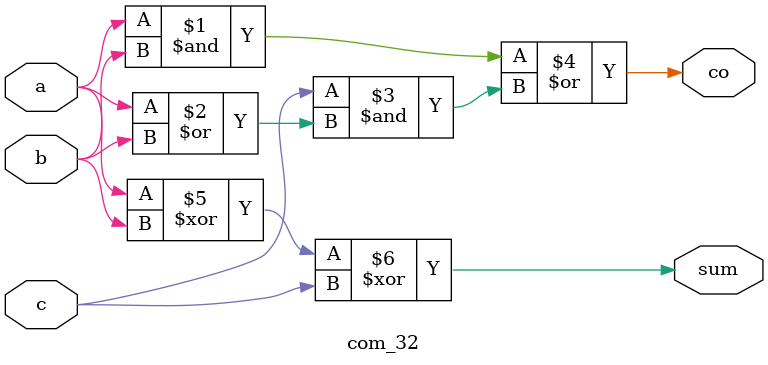
<source format=v>
module com_32(a,b,c,co,sum);
input a,b,c;
output co,sum;
assign co = (a&b)|(c&(a|b));
assign sum = a^b^c;
endmodule

</source>
